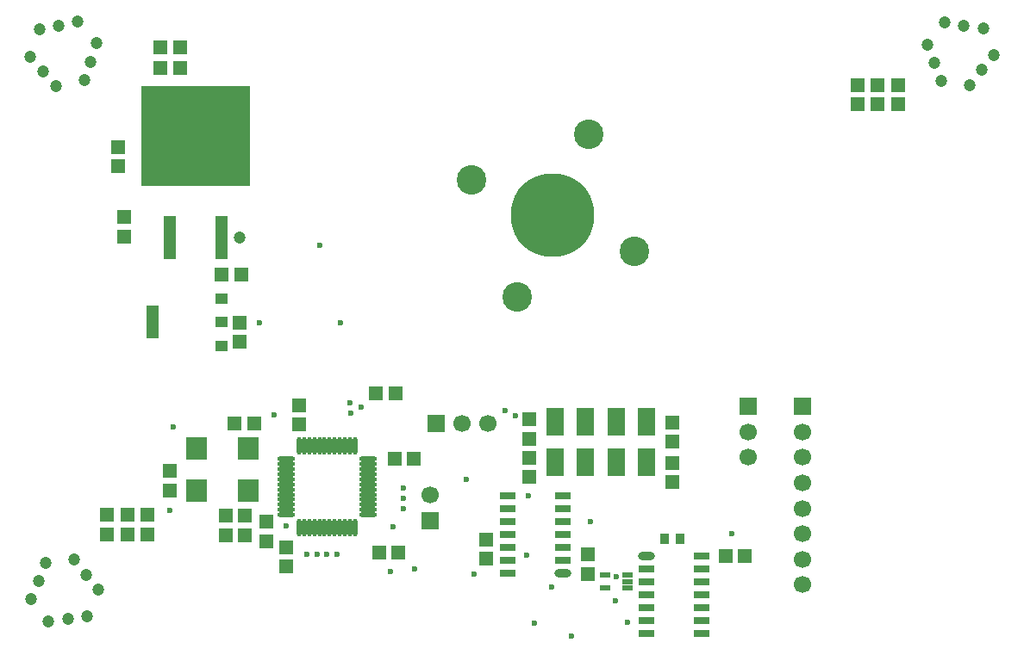
<source format=gts>
G04 Layer_Color=8388736*
%FSLAX44Y44*%
%MOMM*%
G71*
G01*
G75*
%ADD40R,0.9000X1.1000*%
%ADD41R,1.3400X1.4000*%
%ADD42R,1.7000X2.8000*%
%ADD43R,1.4000X1.3400*%
%ADD44R,1.0500X0.6000*%
%ADD45O,1.6500X0.8000*%
%ADD46R,1.6500X0.8000*%
%ADD47O,1.7500X0.4500*%
%ADD48O,0.4500X1.7500*%
%ADD49R,2.0000X2.2000*%
%ADD50R,1.2500X1.1000*%
%ADD51R,1.2500X3.3000*%
%ADD52R,10.6500X9.8000*%
%ADD53R,1.2500X4.3000*%
%ADD54C,8.2000*%
%ADD55C,2.9000*%
%ADD56C,1.2000*%
%ADD57C,1.7000*%
%ADD58R,1.7000X1.7000*%
%ADD59R,1.7000X1.7000*%
%ADD60C,0.6000*%
D40*
X650500Y113000D02*
D03*
X665500D02*
D03*
D41*
X880000Y559500D02*
D03*
Y540500D02*
D03*
X860000Y559500D02*
D03*
Y540500D02*
D03*
X840000Y559500D02*
D03*
Y540500D02*
D03*
X143000Y117500D02*
D03*
Y136500D02*
D03*
X123000Y117500D02*
D03*
Y136500D02*
D03*
X103000Y117500D02*
D03*
Y136500D02*
D03*
X114000Y498500D02*
D03*
Y479500D02*
D03*
X658000Y168500D02*
D03*
Y187500D02*
D03*
Y208500D02*
D03*
Y227500D02*
D03*
X518000Y173500D02*
D03*
Y192500D02*
D03*
Y211500D02*
D03*
Y230500D02*
D03*
X165000Y160500D02*
D03*
Y179500D02*
D03*
X259000Y110500D02*
D03*
Y129500D02*
D03*
X291500Y244500D02*
D03*
Y225500D02*
D03*
X575000Y97500D02*
D03*
Y78500D02*
D03*
X279000Y104500D02*
D03*
Y85500D02*
D03*
X475000Y93500D02*
D03*
Y112500D02*
D03*
X233000Y306500D02*
D03*
Y325500D02*
D03*
X120000Y410500D02*
D03*
Y429500D02*
D03*
D42*
X603000Y188000D02*
D03*
X633000D02*
D03*
X603000Y228000D02*
D03*
X633000D02*
D03*
X573000Y188000D02*
D03*
X543000D02*
D03*
X573000Y228000D02*
D03*
X543000D02*
D03*
D43*
X219500Y116000D02*
D03*
X238500D02*
D03*
X228500Y226000D02*
D03*
X247500D02*
D03*
X404500Y192000D02*
D03*
X385500D02*
D03*
X389250Y99500D02*
D03*
X370250D02*
D03*
X386250Y255750D02*
D03*
X367250D02*
D03*
X710500Y96000D02*
D03*
X729500D02*
D03*
X219500Y136000D02*
D03*
X238500D02*
D03*
X234500Y373000D02*
D03*
X215500D02*
D03*
X155500Y576000D02*
D03*
X174500D02*
D03*
X155500Y596000D02*
D03*
X174500D02*
D03*
D44*
X614000Y64500D02*
D03*
Y71000D02*
D03*
Y77500D02*
D03*
X592000D02*
D03*
Y64500D02*
D03*
D45*
X632500Y96100D02*
D03*
X551000Y78800D02*
D03*
D46*
X632500Y83400D02*
D03*
Y70700D02*
D03*
Y58000D02*
D03*
Y45300D02*
D03*
Y32600D02*
D03*
Y19900D02*
D03*
X687000Y96100D02*
D03*
Y83400D02*
D03*
Y45300D02*
D03*
Y32600D02*
D03*
Y19900D02*
D03*
Y70700D02*
D03*
Y58000D02*
D03*
X551000Y91500D02*
D03*
Y104200D02*
D03*
Y116900D02*
D03*
Y129600D02*
D03*
Y142300D02*
D03*
Y155000D02*
D03*
X496500Y78800D02*
D03*
Y91500D02*
D03*
Y104200D02*
D03*
Y116900D02*
D03*
Y129600D02*
D03*
Y142300D02*
D03*
Y155000D02*
D03*
D47*
X278750Y191500D02*
D03*
Y186500D02*
D03*
Y181500D02*
D03*
Y176500D02*
D03*
Y171500D02*
D03*
Y166500D02*
D03*
Y161500D02*
D03*
Y156500D02*
D03*
Y151500D02*
D03*
Y146500D02*
D03*
Y141500D02*
D03*
Y136500D02*
D03*
X359250D02*
D03*
Y141500D02*
D03*
Y146500D02*
D03*
Y151500D02*
D03*
Y156500D02*
D03*
Y161500D02*
D03*
Y166500D02*
D03*
Y171500D02*
D03*
Y176500D02*
D03*
Y181500D02*
D03*
Y186500D02*
D03*
Y191500D02*
D03*
D48*
X291500Y123750D02*
D03*
X296500D02*
D03*
X301500D02*
D03*
X306500D02*
D03*
X311500D02*
D03*
X316500D02*
D03*
X321500D02*
D03*
X326500D02*
D03*
X331500D02*
D03*
X336500D02*
D03*
X341500D02*
D03*
X346500D02*
D03*
Y204250D02*
D03*
X341500D02*
D03*
X336500D02*
D03*
X331500D02*
D03*
X326500D02*
D03*
X321500D02*
D03*
X316500D02*
D03*
X311500D02*
D03*
X306500D02*
D03*
X301500D02*
D03*
X296500D02*
D03*
X291500D02*
D03*
D49*
X191200Y202000D02*
D03*
Y160000D02*
D03*
X242000Y202000D02*
D03*
Y160000D02*
D03*
D50*
X215000Y303000D02*
D03*
Y326000D02*
D03*
Y349000D02*
D03*
D51*
X147500Y326000D02*
D03*
D52*
X190000Y509000D02*
D03*
D53*
X215400Y409500D02*
D03*
X164600D02*
D03*
D54*
X540750Y431000D02*
D03*
D55*
X620750Y396000D02*
D03*
X505750Y351000D02*
D03*
X460750Y466000D02*
D03*
X575750Y511000D02*
D03*
D56*
X36675Y613877D02*
D03*
X55289Y617687D02*
D03*
X73903Y621497D02*
D03*
X27759Y587139D02*
D03*
X40369Y572927D02*
D03*
X52979Y558715D02*
D03*
X92616Y600406D02*
D03*
X86592Y582386D02*
D03*
X80569Y564366D02*
D03*
X45533Y31481D02*
D03*
X64365Y34001D02*
D03*
X83197Y36521D02*
D03*
X28329Y53799D02*
D03*
X35561Y71369D02*
D03*
X42792Y88939D02*
D03*
X93925Y62582D02*
D03*
X82324Y77630D02*
D03*
X70724Y92678D02*
D03*
X925829Y620672D02*
D03*
X944634Y617962D02*
D03*
X963440Y615252D02*
D03*
X908398Y598523D02*
D03*
X915458Y580883D02*
D03*
X922518Y563244D02*
D03*
X973908Y589085D02*
D03*
X962157Y574155D02*
D03*
X950406Y559225D02*
D03*
X154000Y541000D02*
D03*
X226000D02*
D03*
Y477000D02*
D03*
X190000Y509000D02*
D03*
X233000Y409000D02*
D03*
D57*
X420000Y156000D02*
D03*
X477000Y226500D02*
D03*
X451600D02*
D03*
X786000Y193000D02*
D03*
Y218000D02*
D03*
Y168000D02*
D03*
Y143000D02*
D03*
Y118000D02*
D03*
Y93000D02*
D03*
Y68000D02*
D03*
X733000Y193000D02*
D03*
Y218000D02*
D03*
D58*
X420000Y130600D02*
D03*
X786000Y243000D02*
D03*
X733000D02*
D03*
D59*
X426200Y226500D02*
D03*
D60*
X352382Y242632D02*
D03*
X342325Y236500D02*
D03*
X341750Y246500D02*
D03*
X503802Y234031D02*
D03*
X494302Y238781D02*
D03*
X523000Y30000D02*
D03*
X312000Y402000D02*
D03*
X455500Y171500D02*
D03*
X602250Y52000D02*
D03*
X299000Y98000D02*
D03*
X329000D02*
D03*
X319000D02*
D03*
X309000D02*
D03*
X577600Y129600D02*
D03*
X384000Y125000D02*
D03*
X463500Y78250D02*
D03*
X539250Y65750D02*
D03*
X516500Y155000D02*
D03*
X614000Y31250D02*
D03*
X559000Y17000D02*
D03*
X279000Y126000D02*
D03*
X165000Y141000D02*
D03*
X603000Y75500D02*
D03*
X717000Y118000D02*
D03*
X394000Y143000D02*
D03*
Y153000D02*
D03*
Y163000D02*
D03*
X253000Y325500D02*
D03*
X381000Y81000D02*
D03*
X332000Y325500D02*
D03*
X168000Y223000D02*
D03*
X405000Y83000D02*
D03*
X515000Y97000D02*
D03*
X267000Y235000D02*
D03*
X575000Y97500D02*
D03*
M02*

</source>
